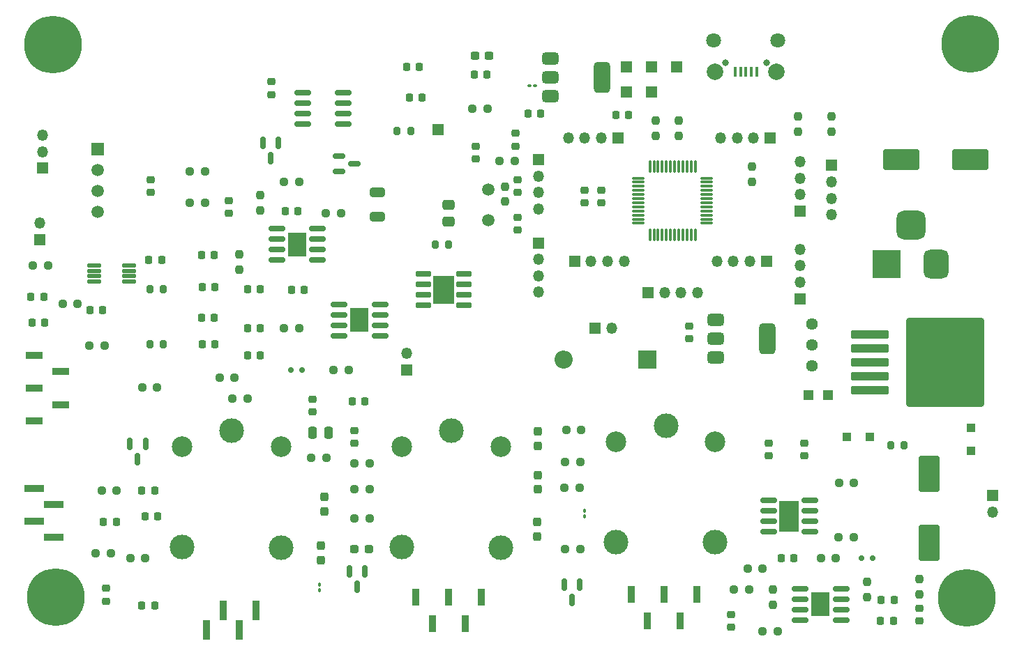
<source format=gbr>
%TF.GenerationSoftware,KiCad,Pcbnew,8.0.4*%
%TF.CreationDate,2024-09-29T16:10:45+07:00*%
%TF.ProjectId,Schematic_editted,53636865-6d61-4746-9963-5f6564697474,rev?*%
%TF.SameCoordinates,Original*%
%TF.FileFunction,Soldermask,Top*%
%TF.FilePolarity,Negative*%
%FSLAX46Y46*%
G04 Gerber Fmt 4.6, Leading zero omitted, Abs format (unit mm)*
G04 Created by KiCad (PCBNEW 8.0.4) date 2024-09-29 16:10:45*
%MOMM*%
%LPD*%
G01*
G04 APERTURE LIST*
G04 Aperture macros list*
%AMRoundRect*
0 Rectangle with rounded corners*
0 $1 Rounding radius*
0 $2 $3 $4 $5 $6 $7 $8 $9 X,Y pos of 4 corners*
0 Add a 4 corners polygon primitive as box body*
4,1,4,$2,$3,$4,$5,$6,$7,$8,$9,$2,$3,0*
0 Add four circle primitives for the rounded corners*
1,1,$1+$1,$2,$3*
1,1,$1+$1,$4,$5*
1,1,$1+$1,$6,$7*
1,1,$1+$1,$8,$9*
0 Add four rect primitives between the rounded corners*
20,1,$1+$1,$2,$3,$4,$5,0*
20,1,$1+$1,$4,$5,$6,$7,0*
20,1,$1+$1,$6,$7,$8,$9,0*
20,1,$1+$1,$8,$9,$2,$3,0*%
G04 Aperture macros list end*
%ADD10R,1.350000X1.350000*%
%ADD11O,1.350000X1.350000*%
%ADD12RoundRect,0.237500X-0.250000X-0.237500X0.250000X-0.237500X0.250000X0.237500X-0.250000X0.237500X0*%
%ADD13RoundRect,0.225000X0.250000X-0.225000X0.250000X0.225000X-0.250000X0.225000X-0.250000X-0.225000X0*%
%ADD14RoundRect,0.200000X-0.200000X-0.275000X0.200000X-0.275000X0.200000X0.275000X-0.200000X0.275000X0*%
%ADD15RoundRect,0.150000X-0.150000X0.587500X-0.150000X-0.587500X0.150000X-0.587500X0.150000X0.587500X0*%
%ADD16RoundRect,0.225000X-0.225000X-0.250000X0.225000X-0.250000X0.225000X0.250000X-0.225000X0.250000X0*%
%ADD17RoundRect,0.150000X-0.825000X-0.150000X0.825000X-0.150000X0.825000X0.150000X-0.825000X0.150000X0*%
%ADD18R,2.290000X3.000000*%
%ADD19R,1.500000X1.500000*%
%ADD20C,1.500000*%
%ADD21RoundRect,0.075000X-0.662500X-0.075000X0.662500X-0.075000X0.662500X0.075000X-0.662500X0.075000X0*%
%ADD22RoundRect,0.075000X-0.075000X-0.662500X0.075000X-0.662500X0.075000X0.662500X-0.075000X0.662500X0*%
%ADD23RoundRect,0.225000X-0.250000X0.225000X-0.250000X-0.225000X0.250000X-0.225000X0.250000X0.225000X0*%
%ADD24RoundRect,0.218750X-0.218750X-0.256250X0.218750X-0.256250X0.218750X0.256250X-0.218750X0.256250X0*%
%ADD25C,0.800000*%
%ADD26R,0.450000X1.300000*%
%ADD27C,1.800000*%
%ADD28C,2.000000*%
%ADD29RoundRect,0.237500X0.250000X0.237500X-0.250000X0.237500X-0.250000X-0.237500X0.250000X-0.237500X0*%
%ADD30RoundRect,0.237500X0.237500X-0.250000X0.237500X0.250000X-0.237500X0.250000X-0.237500X-0.250000X0*%
%ADD31RoundRect,0.237500X-0.237500X0.287500X-0.237500X-0.287500X0.237500X-0.287500X0.237500X0.287500X0*%
%ADD32RoundRect,0.237500X-0.237500X0.250000X-0.237500X-0.250000X0.237500X-0.250000X0.237500X0.250000X0*%
%ADD33RoundRect,0.218750X0.218750X0.256250X-0.218750X0.256250X-0.218750X-0.256250X0.218750X-0.256250X0*%
%ADD34RoundRect,0.150000X-0.587500X-0.150000X0.587500X-0.150000X0.587500X0.150000X-0.587500X0.150000X0*%
%ADD35R,2.200000X2.200000*%
%ADD36O,2.200000X2.200000*%
%ADD37R,0.900000X2.000000*%
%ADD38RoundRect,0.100000X-0.100000X0.130000X-0.100000X-0.130000X0.100000X-0.130000X0.100000X0.130000X0*%
%ADD39RoundRect,0.250000X1.000000X-1.950000X1.000000X1.950000X-1.000000X1.950000X-1.000000X-1.950000X0*%
%ADD40RoundRect,0.237500X0.287500X0.237500X-0.287500X0.237500X-0.287500X-0.237500X0.287500X-0.237500X0*%
%ADD41R,1.200000X1.250000*%
%ADD42C,2.500000*%
%ADD43C,3.000000*%
%ADD44RoundRect,0.225000X0.225000X0.250000X-0.225000X0.250000X-0.225000X-0.250000X0.225000X-0.250000X0*%
%ADD45RoundRect,0.100000X-0.130000X-0.100000X0.130000X-0.100000X0.130000X0.100000X-0.130000X0.100000X0*%
%ADD46RoundRect,0.200000X0.200000X0.275000X-0.200000X0.275000X-0.200000X-0.275000X0.200000X-0.275000X0*%
%ADD47RoundRect,0.250000X-0.250000X-0.475000X0.250000X-0.475000X0.250000X0.475000X-0.250000X0.475000X0*%
%ADD48R,0.850000X2.350000*%
%ADD49RoundRect,0.375000X-0.625000X-0.375000X0.625000X-0.375000X0.625000X0.375000X-0.625000X0.375000X0*%
%ADD50RoundRect,0.500000X-0.500000X-1.400000X0.500000X-1.400000X0.500000X1.400000X-0.500000X1.400000X0*%
%ADD51RoundRect,0.250000X-0.650000X0.325000X-0.650000X-0.325000X0.650000X-0.325000X0.650000X0.325000X0*%
%ADD52C,7.000000*%
%ADD53RoundRect,0.237500X0.300000X0.237500X-0.300000X0.237500X-0.300000X-0.237500X0.300000X-0.237500X0*%
%ADD54RoundRect,0.125000X0.687500X0.125000X-0.687500X0.125000X-0.687500X-0.125000X0.687500X-0.125000X0*%
%ADD55RoundRect,0.218750X-0.256250X0.218750X-0.256250X-0.218750X0.256250X-0.218750X0.256250X0.218750X0*%
%ADD56RoundRect,0.237500X0.237500X-0.287500X0.237500X0.287500X-0.237500X0.287500X-0.237500X-0.287500X0*%
%ADD57RoundRect,0.150000X-0.150000X-0.200000X0.150000X-0.200000X0.150000X0.200000X-0.150000X0.200000X0*%
%ADD58RoundRect,0.150000X-0.820000X-0.150000X0.820000X-0.150000X0.820000X0.150000X-0.820000X0.150000X0*%
%ADD59R,2.620000X3.510000*%
%ADD60R,2.350000X0.850000*%
%ADD61C,1.440000*%
%ADD62RoundRect,0.150000X0.150000X0.200000X-0.150000X0.200000X-0.150000X-0.200000X0.150000X-0.200000X0*%
%ADD63RoundRect,0.218750X0.256250X-0.218750X0.256250X0.218750X-0.256250X0.218750X-0.256250X-0.218750X0*%
%ADD64RoundRect,0.250000X-2.050000X-0.300000X2.050000X-0.300000X2.050000X0.300000X-2.050000X0.300000X0*%
%ADD65RoundRect,0.250002X-4.449998X-5.149998X4.449998X-5.149998X4.449998X5.149998X-4.449998X5.149998X0*%
%ADD66RoundRect,0.250000X0.300000X-0.300000X0.300000X0.300000X-0.300000X0.300000X-0.300000X-0.300000X0*%
%ADD67R,2.410000X3.810000*%
%ADD68RoundRect,0.250000X-0.300000X-0.300000X0.300000X-0.300000X0.300000X0.300000X-0.300000X0.300000X0*%
%ADD69RoundRect,0.250000X0.475000X-0.337500X0.475000X0.337500X-0.475000X0.337500X-0.475000X-0.337500X0*%
%ADD70R,2.000000X0.900000*%
%ADD71RoundRect,0.875000X0.875000X0.875000X-0.875000X0.875000X-0.875000X-0.875000X0.875000X-0.875000X0*%
%ADD72RoundRect,0.750000X0.750000X1.000000X-0.750000X1.000000X-0.750000X-1.000000X0.750000X-1.000000X0*%
%ADD73R,3.500000X3.500000*%
%ADD74RoundRect,0.250000X1.950000X1.000000X-1.950000X1.000000X-1.950000X-1.000000X1.950000X-1.000000X0*%
G04 APERTURE END LIST*
D10*
%TO.C,J26*%
X158812000Y-102366000D03*
D11*
X160812000Y-102366000D03*
X162812000Y-102366000D03*
X164812000Y-102366000D03*
%TD*%
D12*
%TO.C,R8*%
X170895000Y-135890000D03*
X172720000Y-135890000D03*
%TD*%
D13*
%TO.C,C4-1*%
X151128000Y-91457000D03*
X151128000Y-89907000D03*
%TD*%
D14*
%TO.C,R36*%
X98338900Y-108671400D03*
X99988900Y-108671400D03*
%TD*%
D15*
%TO.C,Q2*%
X124460000Y-136222500D03*
X122560000Y-136222500D03*
X123510000Y-138097500D03*
%TD*%
D16*
%TO.C,C14*%
X187045600Y-142240000D03*
X188595600Y-142240000D03*
%TD*%
D17*
%TO.C,U6*%
X113745000Y-94615000D03*
X113745000Y-95885000D03*
X113745000Y-97155000D03*
X113745000Y-98425000D03*
X118695000Y-98425000D03*
X118695000Y-97155000D03*
X118695000Y-95885000D03*
X118695000Y-94615000D03*
D18*
X116220000Y-96520000D03*
%TD*%
D10*
%TO.C,J24*%
X145540000Y-96318000D03*
D11*
X145540000Y-98318000D03*
X145540000Y-100318000D03*
X145540000Y-102318000D03*
%TD*%
D12*
%TO.C,RV2*%
X91026700Y-108773000D03*
X92851700Y-108773000D03*
%TD*%
D19*
%TO.C,U9*%
X92051900Y-84897000D03*
D20*
X92051900Y-87437000D03*
X92051900Y-89977000D03*
X92051900Y-92517000D03*
%TD*%
D21*
%TO.C,U4*%
X157633500Y-88440000D03*
X157633500Y-88940000D03*
X157633500Y-89440000D03*
X157633500Y-89940000D03*
X157633500Y-90440000D03*
X157633500Y-90940000D03*
X157633500Y-91440000D03*
X157633500Y-91940000D03*
X157633500Y-92440000D03*
X157633500Y-92940000D03*
X157633500Y-93440000D03*
X157633500Y-93940000D03*
D22*
X159046000Y-95352500D03*
X159546000Y-95352500D03*
X160046000Y-95352500D03*
X160546000Y-95352500D03*
X161046000Y-95352500D03*
X161546000Y-95352500D03*
X162046000Y-95352500D03*
X162546000Y-95352500D03*
X163046000Y-95352500D03*
X163546000Y-95352500D03*
X164046000Y-95352500D03*
X164546000Y-95352500D03*
D21*
X165958500Y-93940000D03*
X165958500Y-93440000D03*
X165958500Y-92940000D03*
X165958500Y-92440000D03*
X165958500Y-91940000D03*
X165958500Y-91440000D03*
X165958500Y-90940000D03*
X165958500Y-90440000D03*
X165958500Y-89940000D03*
X165958500Y-89440000D03*
X165958500Y-88940000D03*
X165958500Y-88440000D03*
D22*
X164546000Y-87027500D03*
X164046000Y-87027500D03*
X163546000Y-87027500D03*
X163046000Y-87027500D03*
X162546000Y-87027500D03*
X162046000Y-87027500D03*
X161546000Y-87027500D03*
X161046000Y-87027500D03*
X160546000Y-87027500D03*
X160046000Y-87027500D03*
X159546000Y-87027500D03*
X159046000Y-87027500D03*
%TD*%
D23*
%TO.C,C12*%
X191770000Y-140690000D03*
X191770000Y-142240000D03*
%TD*%
D24*
%TO.C,D7*%
X98927500Y-140350000D03*
X97352500Y-140350000D03*
%TD*%
D25*
%TO.C,J13*%
X173191000Y-74460000D03*
X168191000Y-74460000D03*
D26*
X171991000Y-75560000D03*
X171341000Y-75560000D03*
X170691000Y-75560000D03*
X170041000Y-75560000D03*
X169391000Y-75560000D03*
D27*
X174566000Y-71710000D03*
D28*
X174416000Y-75510000D03*
X166966000Y-75510000D03*
D27*
X166816000Y-71710000D03*
%TD*%
D10*
%TO.C,J23*%
X145540000Y-86206000D03*
D11*
X145540000Y-88206000D03*
X145540000Y-90206000D03*
X145540000Y-92206000D03*
%TD*%
D29*
%TO.C,R26*%
X125015000Y-126234800D03*
X123190000Y-126234800D03*
%TD*%
D30*
%TO.C,R2\u002C2*%
X181100000Y-82808000D03*
X181100000Y-80983000D03*
%TD*%
D10*
%TO.C,J21*%
X173638000Y-83570000D03*
D11*
X171638000Y-83570000D03*
X169638000Y-83570000D03*
X167638000Y-83570000D03*
%TD*%
D13*
%TO.C,C2-1*%
X143000000Y-94772000D03*
X143000000Y-93222000D03*
%TD*%
D31*
%TO.C,D17*%
X145323000Y-132012000D03*
X145323000Y-130262000D03*
%TD*%
D10*
%TO.C,J31*%
X133350000Y-82550000D03*
%TD*%
D32*
%TO.C,R23*%
X111760000Y-90527500D03*
X111760000Y-92352500D03*
%TD*%
D29*
%TO.C,R3\u002C1*%
X142642500Y-86364000D03*
X140817500Y-86364000D03*
%TD*%
D14*
%TO.C,R27*%
X189899063Y-120935763D03*
X188249063Y-120935763D03*
%TD*%
D10*
%TO.C,J12*%
X159256000Y-74934000D03*
%TD*%
D11*
%TO.C,J28*%
X177290000Y-86460000D03*
X177290000Y-88460000D03*
X177290000Y-90460000D03*
D10*
X177290000Y-92460000D03*
%TD*%
%TO.C,J39*%
X129540000Y-111760000D03*
D11*
X129540000Y-109760000D03*
%TD*%
D14*
%TO.C,R34*%
X98352100Y-101965800D03*
X100002100Y-101965800D03*
%TD*%
D29*
%TO.C,R4\u002C1*%
X139340500Y-80014000D03*
X137515500Y-80014000D03*
%TD*%
D13*
%TO.C,C17*%
X107950000Y-92710000D03*
X107950000Y-91160000D03*
%TD*%
D10*
%TO.C,J14*%
X156208000Y-77982000D03*
%TD*%
D32*
%TO.C,R3*%
X141489000Y-89457250D03*
X141489000Y-91282250D03*
%TD*%
D33*
%TO.C,POWER_LED1*%
X92710000Y-130190000D03*
X94285000Y-130190000D03*
%TD*%
D23*
%TO.C,C33*%
X118110000Y-116840000D03*
X118110000Y-115290000D03*
%TD*%
D34*
%TO.C,Q5*%
X121315000Y-85730000D03*
X121315000Y-87630000D03*
X123190000Y-86680000D03*
%TD*%
D35*
%TO.C,D18*%
X158750000Y-110490000D03*
D36*
X148590000Y-110490000D03*
%TD*%
D10*
%TO.C,J16*%
X181100000Y-86904000D03*
D11*
X181100000Y-88904000D03*
X181100000Y-90904000D03*
X181100000Y-92904000D03*
%TD*%
D37*
%TO.C,J8*%
X164750000Y-139040000D03*
X162750000Y-142240000D03*
X160750000Y-139040000D03*
X158750000Y-142240000D03*
X156750000Y-139040000D03*
%TD*%
D12*
%TO.C,R17*%
X97790000Y-134620000D03*
X95965000Y-134620000D03*
%TD*%
D38*
%TO.C,POWER_LED2*%
X118907726Y-137874526D03*
X118907726Y-138514526D03*
%TD*%
D12*
%TO.C,R21*%
X114657500Y-88900000D03*
X116482500Y-88900000D03*
%TD*%
D10*
%TO.C,J15*%
X156208000Y-74934000D03*
%TD*%
D13*
%TO.C,D2*%
X137920000Y-86123000D03*
X137920000Y-84573000D03*
%TD*%
D39*
%TO.C,C30*%
X192947063Y-124355763D03*
X192947063Y-132755763D03*
%TD*%
D29*
%TO.C,R28*%
X125015000Y-123110600D03*
X123190000Y-123110600D03*
%TD*%
D10*
%TO.C,J17*%
X152400000Y-106680000D03*
D11*
X154400000Y-106680000D03*
%TD*%
D40*
%TO.C,D13*%
X124940000Y-133499200D03*
X123190000Y-133499200D03*
%TD*%
D41*
%TO.C,L1*%
X178335063Y-114839763D03*
X180635063Y-114839763D03*
%TD*%
D42*
%TO.C,K3*%
X166940000Y-120450000D03*
D43*
X166990000Y-132700000D03*
X154940000Y-132650000D03*
D42*
X154940000Y-120450000D03*
D43*
X160990000Y-118500000D03*
%TD*%
D31*
%TO.C,D16*%
X145450000Y-120988400D03*
X145450000Y-119238400D03*
%TD*%
D30*
%TO.C,R6*%
X191770000Y-138985000D03*
X191770000Y-137160000D03*
%TD*%
D13*
%TO.C,C38*%
X98427300Y-90167800D03*
X98427300Y-88617800D03*
%TD*%
D44*
%TO.C,C22*%
X116345000Y-92440000D03*
X114795000Y-92440000D03*
%TD*%
D45*
%TO.C,104\u002C1*%
X144458000Y-77220000D03*
X145098000Y-77220000D03*
%TD*%
D29*
%TO.C,R38*%
X148904400Y-119072000D03*
X150729400Y-119072000D03*
%TD*%
D46*
%TO.C,R31*%
X134620000Y-96520000D03*
X132970000Y-96520000D03*
%TD*%
D44*
%TO.C,C15*%
X131090000Y-74930000D03*
X129540000Y-74930000D03*
%TD*%
D47*
%TO.C,C29*%
X118110000Y-119380000D03*
X120010000Y-119380000D03*
%TD*%
D29*
%TO.C,R1*%
X108638100Y-112659200D03*
X106813100Y-112659200D03*
%TD*%
D44*
%TO.C,C10*%
X188671800Y-139700000D03*
X187121800Y-139700000D03*
%TD*%
D20*
%TO.C,Y1*%
X139444000Y-89798000D03*
X139444000Y-93598000D03*
%TD*%
D16*
%TO.C,D1*%
X84050600Y-105998200D03*
X85600600Y-105998200D03*
%TD*%
D48*
%TO.C,J6*%
X105220000Y-143320000D03*
X107220000Y-140970000D03*
X109220000Y-143320000D03*
X111220000Y-140970000D03*
%TD*%
D49*
%TO.C,U1*%
X146962000Y-73904000D03*
X146962000Y-76204000D03*
D50*
X153262000Y-76204000D03*
D49*
X146962000Y-78504000D03*
%TD*%
D44*
%TO.C,C13*%
X131419600Y-78626000D03*
X129869600Y-78626000D03*
%TD*%
D10*
%TO.C,J25*%
X149906000Y-98556000D03*
D11*
X151906000Y-98556000D03*
X153906000Y-98556000D03*
X155906000Y-98556000D03*
%TD*%
D15*
%TO.C,Q1*%
X96870000Y-122570000D03*
X95920000Y-120695000D03*
X97820000Y-120695000D03*
%TD*%
D17*
%TO.C,U7*%
X121335000Y-103775000D03*
X121335000Y-105045000D03*
X121335000Y-106315000D03*
X121335000Y-107585000D03*
X126285000Y-107585000D03*
X126285000Y-106315000D03*
X126285000Y-105045000D03*
X126285000Y-103775000D03*
D18*
X123810000Y-105680000D03*
%TD*%
D12*
%TO.C,R19*%
X103227500Y-91440000D03*
X105052500Y-91440000D03*
%TD*%
D23*
%TO.C,C1-1*%
X143000000Y-88650000D03*
X143000000Y-90200000D03*
%TD*%
D44*
%TO.C,C5*%
X139290500Y-75875500D03*
X137740500Y-75875500D03*
%TD*%
D51*
%TO.C,C31*%
X125933600Y-90193600D03*
X125933600Y-93143600D03*
%TD*%
D10*
%TO.C,J1*%
X84990700Y-95930000D03*
D11*
X84990700Y-93930000D03*
%TD*%
D10*
%TO.C,J22*%
X155144000Y-83570000D03*
D11*
X153144000Y-83570000D03*
X151144000Y-83570000D03*
X149144000Y-83570000D03*
%TD*%
D52*
%TO.C,H7*%
X86624874Y-72254474D03*
%TD*%
D10*
%TO.C,J3*%
X85295500Y-87233800D03*
D11*
X85295500Y-85233800D03*
X85295500Y-83233800D03*
%TD*%
D16*
%TO.C,C27*%
X110210000Y-109982000D03*
X111760000Y-109982000D03*
%TD*%
D53*
%TO.C,104\u002C3*%
X139533826Y-73593426D03*
X137808826Y-73593426D03*
%TD*%
D54*
%TO.C,U2*%
X95815400Y-101010400D03*
X95815400Y-100360400D03*
X95815400Y-99710400D03*
X95815400Y-99060400D03*
X91590400Y-99060400D03*
X91590400Y-99710400D03*
X91590400Y-100360400D03*
X91590400Y-101010400D03*
%TD*%
D16*
%TO.C,C26*%
X110210000Y-106680000D03*
X111760000Y-106680000D03*
%TD*%
D32*
%TO.C,R16*%
X109220000Y-97722200D03*
X109220000Y-99547200D03*
%TD*%
D12*
%TO.C,R30*%
X183803063Y-125507763D03*
X181978063Y-125507763D03*
%TD*%
D30*
%TO.C,R3\u002C4*%
X162558000Y-83316000D03*
X162558000Y-81491000D03*
%TD*%
D55*
%TO.C,D8*%
X93060000Y-139867500D03*
X93060000Y-138292500D03*
%TD*%
D49*
%TO.C,U11*%
X167030000Y-110250000D03*
D50*
X173330000Y-107950000D03*
D49*
X167030000Y-107950000D03*
X167030000Y-105650000D03*
%TD*%
D56*
%TO.C,D15*%
X145424600Y-124510200D03*
X145424600Y-126260200D03*
%TD*%
D32*
%TO.C,R9*%
X185420000Y-137517500D03*
X185420000Y-139342500D03*
%TD*%
D13*
%TO.C,C37*%
X113069600Y-78295800D03*
X113069600Y-76745800D03*
%TD*%
D10*
%TO.C,J20*%
X177290000Y-103096000D03*
D11*
X177290000Y-101096000D03*
X177290000Y-99096000D03*
X177290000Y-97096000D03*
%TD*%
D16*
%TO.C,C6*%
X91048300Y-104480400D03*
X92598300Y-104480400D03*
%TD*%
D15*
%TO.C,Q3*%
X149600400Y-139717600D03*
X148650400Y-137842600D03*
X150550400Y-137842600D03*
%TD*%
D33*
%TO.C,SW1*%
X145792200Y-80598200D03*
X144217200Y-80598200D03*
%TD*%
D57*
%TO.C,D5*%
X186120000Y-134620000D03*
X184720000Y-134620000D03*
%TD*%
D56*
%TO.C,D10*%
X119110926Y-134875126D03*
X119110926Y-133125126D03*
%TD*%
D52*
%TO.C,H6*%
X197546674Y-139462874D03*
%TD*%
D29*
%TO.C,R12*%
X183792500Y-132080000D03*
X181967500Y-132080000D03*
%TD*%
D12*
%TO.C,R7*%
X84177500Y-99060000D03*
X86002500Y-99060000D03*
%TD*%
D29*
%TO.C,R29*%
X119767526Y-122417726D03*
X117942526Y-122417726D03*
%TD*%
D14*
%TO.C,R32*%
X128360400Y-82727800D03*
X130010400Y-82727800D03*
%TD*%
D30*
%TO.C,R2\u002C1*%
X171448000Y-88904000D03*
X171448000Y-87079000D03*
%TD*%
D16*
%TO.C,C19*%
X115570000Y-102017500D03*
X117120000Y-102017500D03*
%TD*%
D10*
%TO.C,J30*%
X162304000Y-74934000D03*
%TD*%
D29*
%TO.C,R37*%
X148781200Y-122958200D03*
X150606200Y-122958200D03*
%TD*%
D12*
%TO.C,R20*%
X119737500Y-92710000D03*
X121562500Y-92710000D03*
%TD*%
D58*
%TO.C,U10*%
X131525000Y-100090000D03*
X131525000Y-101360000D03*
X131525000Y-102630000D03*
X131525000Y-103900000D03*
X136485000Y-103900000D03*
X136485000Y-102630000D03*
X136485000Y-101360000D03*
X136485000Y-100090000D03*
D59*
X134005000Y-101995000D03*
%TD*%
D12*
%TO.C,RV3*%
X103227500Y-87630000D03*
X105052500Y-87630000D03*
%TD*%
%TO.C,R15*%
X93622500Y-134000000D03*
X91797500Y-134000000D03*
%TD*%
%TO.C,R2*%
X179785000Y-134620000D03*
X181610000Y-134620000D03*
%TD*%
D15*
%TO.C,Q4*%
X113980000Y-84152500D03*
X112080000Y-84152500D03*
X113030000Y-86027500D03*
%TD*%
D10*
%TO.C,J11*%
X200660000Y-127000000D03*
D11*
X200660000Y-129000000D03*
%TD*%
D60*
%TO.C,J2*%
X84317100Y-126115600D03*
X86667100Y-128115600D03*
X84317100Y-130115600D03*
X86667100Y-132115600D03*
%TD*%
D61*
%TO.C,RV4*%
X178723063Y-106203763D03*
X178723063Y-108743763D03*
X178723063Y-111283763D03*
%TD*%
D30*
%TO.C,RV1*%
X173990000Y-140255000D03*
X173990000Y-138430000D03*
%TD*%
D38*
%TO.C,POWER_LED3*%
X151130000Y-129540000D03*
X151130000Y-128900000D03*
%TD*%
D62*
%TO.C,D9*%
X115440000Y-111760000D03*
X116840000Y-111760000D03*
%TD*%
D10*
%TO.C,J27*%
X173178000Y-98556000D03*
D11*
X171178000Y-98556000D03*
X169178000Y-98556000D03*
X167178000Y-98556000D03*
%TD*%
D24*
%TO.C,D4*%
X83898400Y-102870000D03*
X85473400Y-102870000D03*
%TD*%
D16*
%TO.C,C8*%
X97790000Y-129540000D03*
X99340000Y-129540000D03*
%TD*%
D12*
%TO.C,R13*%
X94330000Y-126380000D03*
X92505000Y-126380000D03*
%TD*%
D52*
%TO.C,H8*%
X197978474Y-72178274D03*
%TD*%
D29*
%TO.C,R22*%
X116482500Y-106680000D03*
X114657500Y-106680000D03*
%TD*%
D30*
%TO.C,R3\u002C3*%
X176987100Y-82808000D03*
X176987100Y-80983000D03*
%TD*%
D12*
%TO.C,R18*%
X110225800Y-115213900D03*
X108400800Y-115213900D03*
%TD*%
D29*
%TO.C,R33*%
X148753900Y-133499200D03*
X150578900Y-133499200D03*
%TD*%
D17*
%TO.C,Q6*%
X116905000Y-78105000D03*
X116905000Y-79375000D03*
X116905000Y-80645000D03*
X116905000Y-81915000D03*
X121855000Y-81915000D03*
X121855000Y-80645000D03*
X121855000Y-79375000D03*
X121855000Y-78105000D03*
%TD*%
D13*
%TO.C,C32*%
X163830000Y-106400000D03*
X163830000Y-107950000D03*
%TD*%
D23*
%TO.C,C36*%
X123190000Y-119100000D03*
X123190000Y-120650000D03*
%TD*%
D63*
%TO.C,D3*%
X142746000Y-84586000D03*
X142746000Y-83011000D03*
%TD*%
D12*
%TO.C,R4*%
X87759300Y-103718400D03*
X89584300Y-103718400D03*
%TD*%
D64*
%TO.C,U8*%
X185739237Y-114239237D03*
X185739237Y-112539237D03*
D65*
X194889237Y-110839237D03*
D64*
X185739237Y-110839237D03*
X185739237Y-109139237D03*
X185739237Y-107439237D03*
%TD*%
D17*
%TO.C,U3*%
X177295000Y-138315000D03*
X177295000Y-139585000D03*
X177295000Y-140855000D03*
X177295000Y-142125000D03*
X182245000Y-142125000D03*
X182245000Y-140855000D03*
X182245000Y-139585000D03*
X182245000Y-138315000D03*
D18*
X179770000Y-140220000D03*
%TD*%
D66*
%TO.C,D11*%
X198027063Y-118773763D03*
X198027063Y-121573763D03*
%TD*%
D17*
%TO.C,U5*%
X173485000Y-127635000D03*
X173485000Y-128905000D03*
X173485000Y-130175000D03*
X173485000Y-131445000D03*
X178435000Y-131445000D03*
X178435000Y-130175000D03*
X178435000Y-128905000D03*
X178435000Y-127635000D03*
D67*
X175960000Y-129540000D03*
%TD*%
D24*
%TO.C,D19*%
X98198500Y-98359000D03*
X99773500Y-98359000D03*
%TD*%
D68*
%TO.C,D14*%
X185711063Y-119919763D03*
X182911063Y-119919763D03*
%TD*%
D32*
%TO.C,R14*%
X159764000Y-81491000D03*
X159764000Y-83316000D03*
%TD*%
D69*
%TO.C,C28*%
X134620000Y-93747500D03*
X134620000Y-91672500D03*
%TD*%
D29*
%TO.C,R11*%
X99238000Y-113900600D03*
X97413000Y-113900600D03*
%TD*%
D70*
%TO.C,J7*%
X84305100Y-109954600D03*
X87505100Y-111954600D03*
X84305100Y-113954600D03*
X87505100Y-115954600D03*
X84305100Y-117954600D03*
%TD*%
D29*
%TO.C,R10*%
X171092500Y-138430000D03*
X169267500Y-138430000D03*
%TD*%
D56*
%TO.C,D12*%
X119542726Y-128945526D03*
X119542726Y-127195526D03*
%TD*%
D52*
%TO.C,H5*%
X86955074Y-139335874D03*
%TD*%
D29*
%TO.C,R35*%
X148679600Y-126031600D03*
X150504600Y-126031600D03*
%TD*%
D71*
%TO.C,J37*%
X190758237Y-94161737D03*
D72*
X193758237Y-98861737D03*
D73*
X187758237Y-98861737D03*
%TD*%
D42*
%TO.C,K1*%
X114250000Y-121100000D03*
D43*
X114300000Y-133350000D03*
X102250000Y-133300000D03*
D42*
X102250000Y-121100000D03*
D43*
X108300000Y-119150000D03*
%TD*%
D37*
%TO.C,J9*%
X138620000Y-139370000D03*
X136620000Y-142570000D03*
X134620000Y-139370000D03*
X132620000Y-142570000D03*
X130620000Y-139370000D03*
%TD*%
D29*
%TO.C,R24*%
X122475000Y-111760000D03*
X120650000Y-111760000D03*
%TD*%
D10*
%TO.C,J29*%
X159256000Y-77982000D03*
%TD*%
D74*
%TO.C,C25*%
X197958237Y-86220237D03*
X189558237Y-86220237D03*
%TD*%
D43*
%TO.C,K2*%
X134970000Y-119150000D03*
D42*
X128920000Y-121100000D03*
D43*
X128920000Y-133300000D03*
X140970000Y-133350000D03*
D42*
X140920000Y-121100000D03*
%TD*%
D16*
%TO.C,104\u002C5*%
X156488000Y-80776000D03*
X154938000Y-80776000D03*
%TD*%
D33*
%TO.C,D6*%
X97352500Y-126380000D03*
X98927500Y-126380000D03*
%TD*%
D16*
%TO.C,C24*%
X110210000Y-101900800D03*
X111760000Y-101900800D03*
%TD*%
D29*
%TO.C,R25*%
X125015000Y-129790800D03*
X123190000Y-129790800D03*
%TD*%
D23*
%TO.C,C3*%
X168910000Y-141465000D03*
X168910000Y-143015000D03*
%TD*%
D13*
%TO.C,C11*%
X177800000Y-122200000D03*
X177800000Y-120650000D03*
%TD*%
D23*
%TO.C,C16*%
X173466652Y-120625252D03*
X173466652Y-122175252D03*
%TD*%
D29*
%TO.C,R5*%
X174545000Y-143510000D03*
X172720000Y-143510000D03*
%TD*%
D16*
%TO.C,C21*%
X104635000Y-105410000D03*
X106185000Y-105410000D03*
%TD*%
%TO.C,C4*%
X122910000Y-115570000D03*
X124460000Y-115570000D03*
%TD*%
%TO.C,C20*%
X104711800Y-101650800D03*
X106261800Y-101650800D03*
%TD*%
%TO.C,C7*%
X174980000Y-134620000D03*
X176530000Y-134620000D03*
%TD*%
D44*
%TO.C,C23*%
X106236400Y-108635800D03*
X104686400Y-108635800D03*
%TD*%
%TO.C,C18*%
X106185000Y-97790000D03*
X104635000Y-97790000D03*
%TD*%
D13*
%TO.C,C3-1*%
X153160000Y-91457000D03*
X153160000Y-89907000D03*
%TD*%
M02*

</source>
